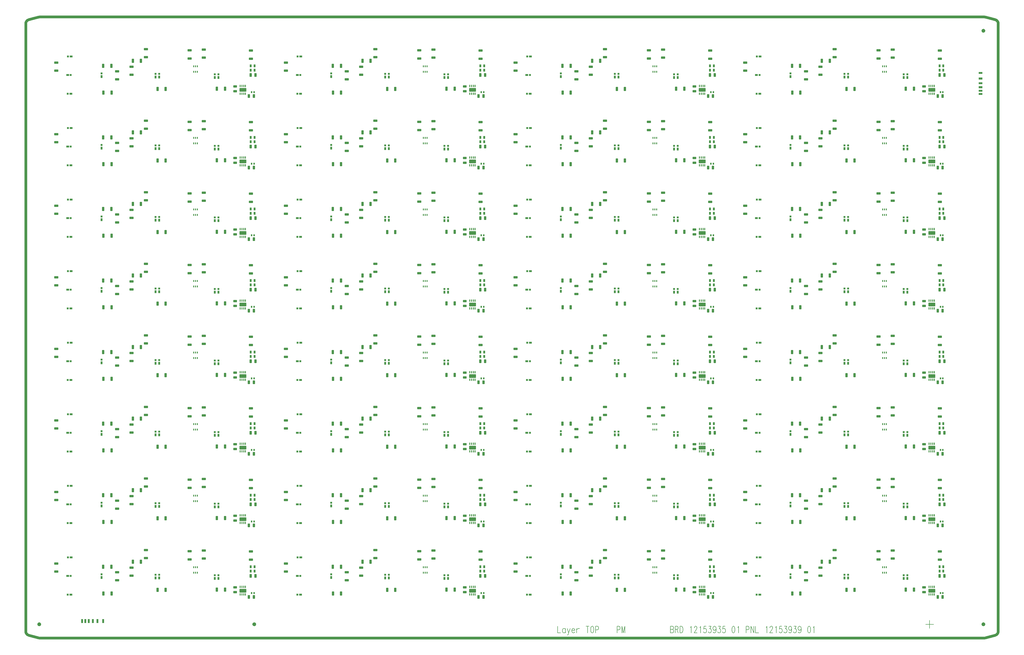
<source format=gbr>
*
G04 Job   : C:\PCB\Expedition\Projects\Manoi001\P08496\12153935_LTM_RH\panel_12153939\12153939.pnl*
G04 User  : UA220009:manoi001*
G04 Layer : SolderPasteTop.gbr*
G04 Date  : Fri Oct 21 17:36:58 2022*
G04 Expedition Layer: Solder Paste - Top*
%ICAS*%
%MOIN*%
%FSDAX24Y24*%
%OFA0.0000B0.0000*%
G90*
G74*
%AMVB_RCRECTANGLE*
$3=$3X2*
21,1,$1-$3,$2,0,0,0*
21,1,$1,$2-$3,0,0,0*
$1=$1/2*
$2=$2/2*
$3=$3/2*
$1=$1-$3*
$2=$2-$3*
1,1,$3X2,0-$1,0-$2*
1,1,$3X2,0-$1,$2*
1,1,$3X2,$1,$2*
1,1,$3X2,$1,0-$2*
%
%ADD11C,0.00787*%
%ADD10C,0.03937*%
%ADD21VB_RCRECTANGLE,0.01575X0.02362X0.00197*%
%ADD22VB_RCRECTANGLE,0.01969X0.02756X0.00197*%
%ADD13VB_RCRECTANGLE,0.02953X0.02362X0.00197*%
%ADD71VB_RCRECTANGLE,0.02362X0.02953X0.00197*%
%ADD14VB_RCRECTANGLE,0.01575X0.03150X0.00197*%
%ADD20VB_RCRECTANGLE,0.02756X0.03937X0.00197*%
%ADD12VB_RCRECTANGLE,0.04331X0.02362X0.00197*%
%ADD70VB_RCRECTANGLE,0.02362X0.04331X0.00197*%
%ADD16VB_RCRECTANGLE,0.05118X0.03150X0.00197*%
%ADD18VB_RCRECTANGLE,0.03150X0.05118X0.00197*%
%ADD17VB_RCRECTANGLE,0.05906X0.03150X0.00197*%
%ADD19VB_RCRECTANGLE,0.03150X0.05906X0.00197*%
%ADD15VB_RCRECTANGLE,0.09843X0.05118X0.00197*%
G01*
G36*
X-129803Y-000283D02*
Y-000039D01*
X-130046*
G02X-130049Y000000I000282J000039*
X-129764Y000285I000285*
X-129724Y000283J000285*
G01Y000039*
X-129481*
G02X-129478Y000000I000283J000039*
X-129764Y-000285I000286*
X-129803Y-000283J000285*
G01Y000283D02*
Y000039D01*
X-130046*
G03X-130049Y000000I000282J000039*
X-129764Y-000285I000285*
X-129724Y-000283J000285*
G01Y-000039*
X-129481*
G03X-129478Y000000I000283J000039*
X-129764Y000285I000286*
X-129803Y000283J000285*
G01X-129481Y-000039D02*
X-129724D01*
Y-000283*
G02X-129764Y-000285I000040J000283*
X-130049Y000000J000285*
X-130046Y000039I000285*
G01X-129803*
Y000283*
G02X-129764Y000285I000039J000283*
X-129478Y000000J000285*
X-129481Y-000039I000286*
G01X-123661Y000197D02*
X-123386D01*
Y000748*
X-123661*
Y000197*
X-123189D02*
X-122913D01*
Y000748*
X-123189*
Y000197*
X-122677D02*
X-122402D01*
Y000748*
X-122677*
Y000197*
X-122087D02*
X-121811D01*
Y000748*
X-122087*
Y000197*
X-121417D02*
X-121142D01*
Y000748*
X-121417*
Y000197*
X-120591D02*
X-120315D01*
Y000748*
X-120591*
Y000197*
X-098465Y-000283D02*
Y-000039D01*
X-098708*
G02X-098711Y000000I000283J000039*
X-098425Y000285I000286*
X-098386Y000283J000285*
G01Y000039*
X-098142*
G02X-098140Y000000I000283J000039*
X-098425Y-000285I000285*
X-098465Y-000283J000285*
G01Y000283D02*
Y000039D01*
X-098708*
G03X-098711Y000000I000283J000039*
X-098425Y-000285I000286*
X-098386Y-000283J000285*
G01Y-000039*
X-098142*
G03X-098140Y000000I000283J000039*
X-098425Y000285I000285*
X-098465Y000283J000285*
G01X-098142Y-000039D02*
X-098386D01*
Y-000283*
G02X-098425Y-000285I000039J000283*
X-098711Y000000J000285*
X-098708Y000039I000286*
G01X-098465*
Y000283*
G02X-098425Y000285I000040J000283*
X-098140Y000000J000285*
X-098142Y-000039I000285*
G01X007146Y077185D02*
X007697D01*
Y077461*
X007146*
Y077185*
Y077657D02*
X007697D01*
Y077933*
X007146*
Y077657*
Y078169D02*
X007697D01*
Y078445*
X007146*
Y078169*
Y078760D02*
X007697D01*
Y079035*
X007146*
Y078760*
Y079429D02*
X007697D01*
Y079705*
X007146*
Y079429*
Y080256D02*
X007697D01*
Y080531*
X007146*
Y080256*
X007795Y-000283D02*
Y-000039D01*
X007552*
G02X007549Y000000I000283J000039*
X007835Y000285I000286*
X007874Y000283J000285*
G01Y000039*
X008117*
G02X008120Y000000I000282J000039*
X007835Y-000285I000285*
X007795Y-000283J000285*
G01Y000283D02*
Y000039D01*
X007552*
G03X007549Y000000I000283J000039*
X007835Y-000285I000286*
X007874Y-000283J000285*
G01Y-000039*
X008117*
G03X008120Y000000I000282J000039*
X007835Y000285I000285*
X007795Y000283J000285*
G01Y086253D02*
Y086496D01*
X007552*
G02X007549Y086535I000283J000039*
X007835Y086821I000286*
X007874Y086818J000286*
G01Y086575*
X008117*
G02X008120Y086535I000282J000040*
X007835Y086250I000285*
X007795Y086253J000285*
G01Y086818D02*
Y086575D01*
X007552*
G03X007549Y086535I000283J000040*
X007835Y086250I000286*
X007874Y086253J000285*
G01Y086496*
X008117*
G03X008120Y086535I000282J000039*
X007835Y086821I000285*
X007795Y086818J000286*
G01X008117Y-000039D02*
X007874D01*
Y-000283*
G02X007835Y-000285I000039J000283*
X007549Y000000J000285*
X007552Y000039I000286*
G01X007795*
Y000283*
G02X007835Y000285I000040J000283*
X008120Y000000J000285*
X008117Y-000039I000285*
G01Y086496D02*
X007874D01*
Y086253*
G02X007835Y086250I000039J000282*
X007549Y086535J000285*
X007552Y086575I000286*
G01X007795*
Y086818*
G02X007835Y086821I000040J000283*
X008120Y086535J000286*
X008117Y086496I000285*
G37*
G54D10*
G01X-056535Y-002008D02*
X-129717D01*
G02X-129871Y-001987J000591*
G01X-131295Y-001602*
G02X-131732Y-001032I000154J000570*
G01Y-001031*
Y087575*
G02X-131291Y088146I000590*
G01X-129870Y088524*
G02X-129719Y088543I000151J000572*
X-129717J000591*
G01X007992*
G02X008142Y088524I000001J000590*
G01X009563Y088150*
G02X010000Y087579I000154J000571*
G01Y-001031*
Y-001032*
G02X009563Y-001602I000591*
G01X008151Y-001987*
G02X007995Y-002008I000156J000570*
G01X-056535*
G54D11*
X-054210Y-000275D02*
Y-001259D01*
X-053772*
X-053083Y-000752D02*
X-053156Y-000662D01*
X-053229Y-000618*
X-053344*
X-053417Y-000662*
X-053490Y-000752*
X-053521Y-000886*
Y-000990*
X-053490Y-001125*
X-053417Y-001214*
X-053344Y-001259*
X-053229*
X-053156Y-001214*
X-053083Y-001125*
Y-000618D02*
Y-001259D01*
X-052801Y-000618D02*
X-052603Y-001259D01*
X-052394Y-000618D02*
X-052603Y-001259D01*
X-052665Y-001453*
X-052738Y-001542*
X-052801Y-001587*
X-052832*
X-052143Y-000886D02*
X-051705D01*
Y-000797*
X-051736Y-000707*
X-051778Y-000662*
X-051851Y-000618*
X-051966*
X-052039Y-000662*
X-052112Y-000752*
X-052143Y-000886*
Y-000990*
X-052112Y-001125*
X-052039Y-001214*
X-051966Y-001259*
X-051851*
X-051778Y-001214*
X-051705Y-001125*
X-051454Y-000886D02*
X-051402Y-000752D01*
X-051298Y-000662*
X-051183Y-000618*
X-051016*
X-051454D02*
Y-001259D01*
X-050076Y-000275D02*
X-049638D01*
X-049857D02*
Y-001259D01*
X-049231Y-000275D02*
X-049283Y-000334D01*
X-049335Y-000424*
X-049367Y-000513*
X-049387Y-000647*
Y-000886*
X-049367Y-001020*
X-049335Y-001125*
X-049283Y-001214*
X-049231Y-001259*
X-049116*
X-049064Y-001214*
X-049001Y-001125*
X-048980Y-001020*
X-048949Y-000886*
Y-000647*
X-048980Y-000513*
X-049001Y-000424*
X-049064Y-000334*
X-049116Y-000275*
X-049231*
X-048698Y-001259D02*
Y-000275D01*
X-048417*
X-048323Y-000334*
X-048291Y-000379*
X-048260Y-000468*
Y-000603*
X-048291Y-000707*
X-048323Y-000752*
X-048417Y-000797*
X-048698*
X-045549Y-001259D02*
Y-000275D01*
X-045267*
X-045173Y-000334*
X-045142Y-000379*
X-045110Y-000468*
Y-000603*
X-045142Y-000707*
X-045173Y-000752*
X-045267Y-000797*
X-045549*
X-044860Y-001259D02*
Y-000275D01*
X-044641Y-001259*
X-044421Y-000275*
Y-001259*
X-037770Y-000749D02*
X-037488D01*
X-037394Y-000794*
X-037363Y-000838*
X-037331Y-000928*
Y-001077*
X-037363Y-001166*
X-037394Y-001211*
X-037488Y-001256*
X-037770*
Y-000272*
X-037488*
X-037394Y-000331*
X-037363Y-000376*
X-037331Y-000466*
Y-000555*
X-037363Y-000644*
X-037394Y-000704*
X-037488Y-000749*
X-037081Y-001256D02*
Y-000272D01*
X-036799*
X-036705Y-000331*
X-036674Y-000376*
X-036642Y-000466*
Y-000555*
X-036674Y-000644*
X-036705Y-000704*
X-036799Y-000749*
X-037081*
X-036862D02*
X-036642Y-001256D01*
X-036392Y-000272D02*
X-036173D01*
X-036079Y-000331*
X-036016Y-000421*
X-035985Y-000510*
X-035953Y-000644*
Y-000883*
X-035985Y-001017*
X-036016Y-001122*
X-036079Y-001211*
X-036173Y-001256*
X-036392*
Y-000272*
X-034847Y-000466D02*
X-034805Y-000421D01*
X-034753Y-000287*
Y-001256*
X-034294Y-000510D02*
Y-000466D01*
X-034262Y-000376*
X-034231Y-000331*
X-034168Y-000272*
X-034043*
X-033980Y-000331*
X-033949Y-000376*
X-033918Y-000466*
Y-000555*
X-033949Y-000644*
X-034012Y-000794*
X-034325Y-001256*
X-033886*
X-033469Y-000466D02*
X-033427Y-000421D01*
X-033375Y-000287*
Y-001256*
X-032571Y-000287D02*
X-032884D01*
X-032916Y-000704*
X-032884Y-000659*
X-032790Y-000615*
X-032696*
X-032602Y-000659*
X-032540Y-000749*
X-032509Y-000883*
Y-000987*
X-032540Y-001122*
X-032602Y-001211*
X-032696Y-001256*
X-032790*
X-032884Y-001211*
X-032916Y-001166*
X-032947Y-001077*
X-032195Y-000287D02*
X-031851D01*
X-032039Y-000659*
X-031945*
X-031882Y-000704*
X-031851Y-000749*
X-031820Y-000883*
Y-000987*
X-031851Y-001122*
X-031914Y-001211*
X-032007Y-001256*
X-032101*
X-032195Y-001211*
X-032227Y-001166*
X-032258Y-001077*
X-031131Y-000600D02*
X-031162Y-000749D01*
X-031225Y-000838*
X-031339Y-000883*
X-031371*
X-031475Y-000838*
X-031538Y-000749*
X-031569Y-000600*
Y-000555*
X-031538Y-000421*
X-031475Y-000331*
X-031371Y-000287*
X-031339*
X-031225Y-000331*
X-031162Y-000421*
X-031131Y-000600*
Y-000838*
X-031162Y-001077*
X-031225Y-001211*
X-031339Y-001256*
X-031402*
X-031506Y-001211*
X-031538Y-001122*
X-030817Y-000287D02*
X-030473D01*
X-030661Y-000659*
X-030567*
X-030504Y-000704*
X-030473Y-000749*
X-030442Y-000883*
Y-000987*
X-030473Y-001122*
X-030536Y-001211*
X-030630Y-001256*
X-030724*
X-030817Y-001211*
X-030849Y-001166*
X-030880Y-001077*
X-029815Y-000287D02*
X-030128D01*
X-030160Y-000704*
X-030128Y-000659*
X-030035Y-000615*
X-029941*
X-029847Y-000659*
X-029784Y-000749*
X-029753Y-000883*
Y-000987*
X-029784Y-001122*
X-029847Y-001211*
X-029941Y-001256*
X-030035*
X-030128Y-001211*
X-030160Y-001166*
X-030191Y-001077*
X-028625Y-000287D02*
X-028719Y-000331D01*
X-028782Y-000466*
X-028813Y-000704*
Y-000838*
X-028782Y-001077*
X-028719Y-001211*
X-028625Y-001256*
X-028563*
X-028469Y-001211*
X-028406Y-001077*
X-028375Y-000838*
Y-000704*
X-028406Y-000466*
X-028469Y-000331*
X-028563Y-000287*
X-028625*
X-027957Y-000466D02*
X-027915Y-000421D01*
X-027863Y-000287*
Y-001256*
X-026746D02*
Y-000272D01*
X-026464*
X-026371Y-000331*
X-026339Y-000376*
X-026308Y-000466*
Y-000600*
X-026339Y-000704*
X-026371Y-000749*
X-026464Y-000794*
X-026746*
X-026057Y-001256D02*
Y-000272D01*
X-025619Y-001256*
Y-000272*
X-025368D02*
Y-001256D01*
X-024930*
X-023823Y-000466D02*
X-023782Y-000421D01*
X-023729Y-000287*
Y-001256*
X-023270Y-000510D02*
Y-000466D01*
X-023239Y-000376*
X-023208Y-000331*
X-023145Y-000272*
X-023020*
X-022957Y-000331*
X-022926Y-000376*
X-022894Y-000466*
Y-000555*
X-022926Y-000644*
X-022988Y-000794*
X-023302Y-001256*
X-022863*
X-022446Y-000466D02*
X-022404Y-000421D01*
X-022352Y-000287*
Y-001256*
X-021548Y-000287D02*
X-021861D01*
X-021892Y-000704*
X-021861Y-000659*
X-021767Y-000615*
X-021673*
X-021579Y-000659*
X-021516Y-000749*
X-021485Y-000883*
Y-000987*
X-021516Y-001122*
X-021579Y-001211*
X-021673Y-001256*
X-021767*
X-021861Y-001211*
X-021892Y-001166*
X-021924Y-001077*
X-021172Y-000287D02*
X-020828D01*
X-021015Y-000659*
X-020921*
X-020859Y-000704*
X-020828Y-000749*
X-020796Y-000883*
Y-000987*
X-020828Y-001122*
X-020890Y-001211*
X-020984Y-001256*
X-021078*
X-021172Y-001211*
X-021203Y-001166*
X-021235Y-001077*
X-020107Y-000600D02*
X-020139Y-000749D01*
X-020201Y-000838*
X-020316Y-000883*
X-020347*
X-020452Y-000838*
X-020514Y-000749*
X-020546Y-000600*
Y-000555*
X-020514Y-000421*
X-020452Y-000331*
X-020347Y-000287*
X-020316*
X-020201Y-000331*
X-020139Y-000421*
X-020107Y-000600*
Y-000838*
X-020139Y-001077*
X-020201Y-001211*
X-020316Y-001256*
X-020379*
X-020483Y-001211*
X-020514Y-001122*
X-019794Y-000287D02*
X-019450D01*
X-019637Y-000659*
X-019544*
X-019481Y-000704*
X-019450Y-000749*
X-019418Y-000883*
Y-000987*
X-019450Y-001122*
X-019512Y-001211*
X-019606Y-001256*
X-019700*
X-019794Y-001211*
X-019825Y-001166*
X-019857Y-001077*
X-018729Y-000600D02*
X-018761Y-000749D01*
X-018823Y-000838*
X-018938Y-000883*
X-018969*
X-019074Y-000838*
X-019136Y-000749*
X-019168Y-000600*
Y-000555*
X-019136Y-000421*
X-019074Y-000331*
X-018969Y-000287*
X-018938*
X-018823Y-000331*
X-018761Y-000421*
X-018729Y-000600*
Y-000838*
X-018761Y-001077*
X-018823Y-001211*
X-018938Y-001256*
X-019001*
X-019105Y-001211*
X-019136Y-001122*
X-017602Y-000287D02*
X-017696Y-000331D01*
X-017758Y-000466*
X-017790Y-000704*
Y-000838*
X-017758Y-001077*
X-017696Y-001211*
X-017602Y-001256*
X-017539*
X-017445Y-001211*
X-017383Y-001077*
X-017351Y-000838*
Y-000704*
X-017383Y-000466*
X-017445Y-000331*
X-017539Y-000287*
X-017602*
X-016934Y-000466D02*
X-016892Y-000421D01*
X-016840Y-000287*
Y-001256*
X-000591Y000000D02*
X000591D01*
X000000Y000591D02*
Y-000591D01*
G54D12*
X-125628Y007041D03*
Y017474D03*
Y027907D03*
Y038340D03*
Y048773D03*
Y059207D03*
Y069640D03*
Y080073D03*
X-125156Y004330D03*
Y014763D03*
Y025196D03*
Y035629D03*
Y046062D03*
Y056495D03*
Y066928D03*
Y077361D03*
X-125117Y009762D03*
Y020196D03*
Y030629D03*
Y041062D03*
Y051495D03*
Y061928D03*
Y072361D03*
Y082794D03*
X-092164Y007041D03*
Y017474D03*
Y027907D03*
Y038340D03*
Y048773D03*
Y059207D03*
Y069640D03*
Y080073D03*
X-091691Y004330D03*
Y014763D03*
Y025196D03*
Y035629D03*
Y046062D03*
Y056495D03*
Y066928D03*
Y077361D03*
X-091652Y009762D03*
Y020196D03*
Y030629D03*
Y041062D03*
Y051495D03*
Y061928D03*
Y072361D03*
Y082794D03*
X-058699Y007041D03*
Y017474D03*
Y027907D03*
Y038340D03*
Y048773D03*
Y059207D03*
Y069640D03*
Y080073D03*
X-058227Y004330D03*
Y014763D03*
Y025196D03*
Y035629D03*
Y046062D03*
Y056495D03*
Y066928D03*
Y077361D03*
X-058188Y009762D03*
Y020196D03*
Y030629D03*
Y041062D03*
Y051495D03*
Y061928D03*
Y072361D03*
Y082794D03*
X-025235Y007041D03*
Y017474D03*
Y027907D03*
Y038340D03*
Y048773D03*
Y059207D03*
Y069640D03*
Y080073D03*
X-024762Y004330D03*
Y014763D03*
Y025196D03*
Y035629D03*
Y046062D03*
Y056495D03*
Y066928D03*
Y077361D03*
X-024723Y009762D03*
Y020196D03*
Y030629D03*
Y041062D03*
Y051495D03*
Y061928D03*
Y072361D03*
Y082794D03*
G54D13*
X-125618Y004330D03*
Y014763D03*
Y025196D03*
Y035629D03*
Y046062D03*
Y056495D03*
Y066928D03*
Y077361D03*
X-125579Y009762D03*
Y020196D03*
Y030629D03*
Y041062D03*
Y051495D03*
Y061928D03*
Y072361D03*
Y082794D03*
X-125166Y007041D03*
Y017474D03*
Y027907D03*
Y038340D03*
Y048773D03*
Y059207D03*
Y069640D03*
Y080073D03*
X-092154Y004330D03*
Y014763D03*
Y025196D03*
Y035629D03*
Y046062D03*
Y056495D03*
Y066928D03*
Y077361D03*
X-092115Y009762D03*
Y020196D03*
Y030629D03*
Y041062D03*
Y051495D03*
Y061928D03*
Y072361D03*
Y082794D03*
X-091701Y007041D03*
Y017474D03*
Y027907D03*
Y038340D03*
Y048773D03*
Y059207D03*
Y069640D03*
Y080073D03*
X-058689Y004330D03*
Y014763D03*
Y025196D03*
Y035629D03*
Y046062D03*
Y056495D03*
Y066928D03*
Y077361D03*
X-058650Y009762D03*
Y020196D03*
Y030629D03*
Y041062D03*
Y051495D03*
Y061928D03*
Y072361D03*
Y082794D03*
X-058237Y007041D03*
Y017474D03*
Y027907D03*
Y038340D03*
Y048773D03*
Y059207D03*
Y069640D03*
Y080073D03*
X-025225Y004330D03*
Y014763D03*
Y025196D03*
Y035629D03*
Y046062D03*
Y056495D03*
Y066928D03*
Y077361D03*
X-025186Y009762D03*
Y020196D03*
Y030629D03*
Y041062D03*
Y051495D03*
Y061928D03*
Y072361D03*
Y082794D03*
X-024772Y007041D03*
Y017474D03*
Y027907D03*
Y038340D03*
Y048773D03*
Y059207D03*
Y069640D03*
Y080073D03*
G54D14*
X-100467Y004339D03*
Y005441D03*
Y014772D03*
Y015874D03*
Y025205D03*
Y026307D03*
Y035638D03*
Y036740D03*
Y046071D03*
Y047173D03*
Y056504D03*
Y057606D03*
Y066937D03*
Y068039D03*
Y077370D03*
Y078472D03*
X-100211Y004339D03*
Y005441D03*
Y014772D03*
Y015874D03*
Y025205D03*
Y026307D03*
Y035638D03*
Y036740D03*
Y046071D03*
Y047173D03*
Y056504D03*
Y057606D03*
Y066937D03*
Y068039D03*
Y077370D03*
Y078472D03*
X-099955Y004339D03*
Y005441D03*
Y014772D03*
Y015874D03*
Y025205D03*
Y026307D03*
Y035638D03*
Y036740D03*
Y046071D03*
Y047173D03*
Y056504D03*
Y057606D03*
Y066937D03*
Y068039D03*
Y077370D03*
Y078472D03*
X-099699Y004339D03*
Y005441D03*
Y014772D03*
Y015874D03*
Y025205D03*
Y026307D03*
Y035638D03*
Y036740D03*
Y046071D03*
Y047173D03*
Y056504D03*
Y057606D03*
Y066937D03*
Y068039D03*
Y077370D03*
Y078472D03*
X-067002Y004339D03*
Y005441D03*
Y014772D03*
Y015874D03*
Y025205D03*
Y026307D03*
Y035638D03*
Y036740D03*
Y046071D03*
Y047173D03*
Y056504D03*
Y057606D03*
Y066937D03*
Y068039D03*
Y077370D03*
Y078472D03*
X-066746Y004339D03*
Y005441D03*
Y014772D03*
Y015874D03*
Y025205D03*
Y026307D03*
Y035638D03*
Y036740D03*
Y046071D03*
Y047173D03*
Y056504D03*
Y057606D03*
Y066937D03*
Y068039D03*
Y077370D03*
Y078472D03*
X-066490Y004339D03*
Y005441D03*
Y014772D03*
Y015874D03*
Y025205D03*
Y026307D03*
Y035638D03*
Y036740D03*
Y046071D03*
Y047173D03*
Y056504D03*
Y057606D03*
Y066937D03*
Y068039D03*
Y077370D03*
Y078472D03*
X-066234Y004339D03*
Y005441D03*
Y014772D03*
Y015874D03*
Y025205D03*
Y026307D03*
Y035638D03*
Y036740D03*
Y046071D03*
Y047173D03*
Y056504D03*
Y057606D03*
Y066937D03*
Y068039D03*
Y077370D03*
Y078472D03*
X-033537Y004339D03*
Y005441D03*
Y014772D03*
Y015874D03*
Y025205D03*
Y026307D03*
Y035638D03*
Y036740D03*
Y046071D03*
Y047173D03*
Y056504D03*
Y057606D03*
Y066937D03*
Y068039D03*
Y077370D03*
Y078472D03*
X-033281Y004339D03*
Y005441D03*
Y014772D03*
Y015874D03*
Y025205D03*
Y026307D03*
Y035638D03*
Y036740D03*
Y046071D03*
Y047173D03*
Y056504D03*
Y057606D03*
Y066937D03*
Y068039D03*
Y077370D03*
Y078472D03*
X-033026Y004339D03*
Y005441D03*
Y014772D03*
Y015874D03*
Y025205D03*
Y026307D03*
Y035638D03*
Y036740D03*
Y046071D03*
Y047173D03*
Y056504D03*
Y057606D03*
Y066937D03*
Y068039D03*
Y077370D03*
Y078472D03*
X-032770Y004339D03*
Y005441D03*
Y014772D03*
Y015874D03*
Y025205D03*
Y026307D03*
Y035638D03*
Y036740D03*
Y046071D03*
Y047173D03*
Y056504D03*
Y057606D03*
Y066937D03*
Y068039D03*
Y077370D03*
Y078472D03*
X-000073Y004339D03*
Y005441D03*
Y014772D03*
Y015874D03*
Y025205D03*
Y026307D03*
Y035638D03*
Y036740D03*
Y046071D03*
Y047173D03*
Y056504D03*
Y057606D03*
Y066937D03*
Y068039D03*
Y077370D03*
Y078472D03*
X000183Y004339D03*
Y005441D03*
Y014772D03*
Y015874D03*
Y025205D03*
Y026307D03*
Y035638D03*
Y036740D03*
Y046071D03*
Y047173D03*
Y056504D03*
Y057606D03*
Y066937D03*
Y068039D03*
Y077370D03*
Y078472D03*
X000439Y004339D03*
Y005441D03*
Y014772D03*
Y015874D03*
Y025205D03*
Y026307D03*
Y035638D03*
Y036740D03*
Y046071D03*
Y047173D03*
Y056504D03*
Y057606D03*
Y066937D03*
Y068039D03*
Y077370D03*
Y078472D03*
X000695Y004339D03*
Y005441D03*
Y014772D03*
Y015874D03*
Y025205D03*
Y026307D03*
Y035638D03*
Y036740D03*
Y046071D03*
Y047173D03*
Y056504D03*
Y057606D03*
Y066937D03*
Y068039D03*
Y077370D03*
Y078472D03*
G54D15*
X-100083Y004890D03*
Y015323D03*
Y025756D03*
Y036189D03*
Y046622D03*
Y057055D03*
Y067488D03*
Y077921D03*
X-066618Y004890D03*
Y015323D03*
Y025756D03*
Y036189D03*
Y046622D03*
Y057055D03*
Y067488D03*
Y077921D03*
X-033154Y004890D03*
Y015323D03*
Y025756D03*
Y036189D03*
Y046622D03*
Y057055D03*
Y067488D03*
Y077921D03*
X000311Y004890D03*
Y015323D03*
Y025756D03*
Y036189D03*
Y046622D03*
Y057055D03*
Y067488D03*
Y077921D03*
G54D16*
X-101220Y004673D03*
Y005382D03*
Y015106D03*
Y015815D03*
Y025539D03*
Y026248D03*
Y035972D03*
Y036681D03*
Y046406D03*
Y047114D03*
Y056839D03*
Y057547D03*
Y067272D03*
Y067980D03*
Y077705D03*
Y078413D03*
X-067756Y004673D03*
Y005382D03*
Y015106D03*
Y015815D03*
Y025539D03*
Y026248D03*
Y035972D03*
Y036681D03*
Y046406D03*
Y047114D03*
Y056839D03*
Y057547D03*
Y067272D03*
Y067980D03*
Y077705D03*
Y078413D03*
X-034291Y004673D03*
Y005382D03*
Y015106D03*
Y015815D03*
Y025539D03*
Y026248D03*
Y035972D03*
Y036681D03*
Y046406D03*
Y047114D03*
Y056839D03*
Y057547D03*
Y067272D03*
Y067980D03*
Y077705D03*
Y078413D03*
X-000827Y004673D03*
Y005382D03*
Y015106D03*
Y015815D03*
Y025539D03*
Y026248D03*
Y035972D03*
Y036681D03*
Y046406D03*
Y047114D03*
Y056839D03*
Y057547D03*
Y067272D03*
Y067980D03*
Y077705D03*
Y078413D03*
G54D17*
X-127283Y007675D03*
Y008856D03*
Y018108D03*
Y019289D03*
Y028541D03*
Y029722D03*
Y038974D03*
Y040155D03*
Y049407D03*
Y050588D03*
Y059840D03*
Y061021D03*
Y070273D03*
Y071454D03*
Y080706D03*
Y081887D03*
X-118406Y006417D03*
Y007598D03*
Y016850D03*
Y018031D03*
Y027283D03*
Y028465D03*
Y037717D03*
Y038898D03*
Y048150D03*
Y049331D03*
Y058583D03*
Y059764D03*
Y069016D03*
Y070197D03*
Y079449D03*
Y080630D03*
X-116319Y007083D03*
Y008264D03*
Y017516D03*
Y018697D03*
Y027949D03*
Y029130D03*
Y038382D03*
Y039563D03*
Y048815D03*
Y049996D03*
Y059248D03*
Y060429D03*
Y069681D03*
Y070862D03*
Y080114D03*
Y081295D03*
X-114232Y009646D03*
Y010827D03*
Y020079D03*
Y021260D03*
Y030512D03*
Y031693D03*
Y040945D03*
Y042126D03*
Y051378D03*
Y052559D03*
Y061811D03*
Y062992D03*
Y072244D03*
Y073425D03*
Y082677D03*
Y083858D03*
X-107850Y009461D03*
Y010642D03*
Y019894D03*
Y021075D03*
Y030327D03*
Y031508D03*
Y040760D03*
Y041941D03*
Y051193D03*
Y052374D03*
Y061626D03*
Y062807D03*
Y072059D03*
Y073240D03*
Y082492D03*
Y083673D03*
X-105787Y009587D03*
Y010768D03*
Y020020D03*
Y021201D03*
Y030453D03*
Y031634D03*
Y040886D03*
Y042067D03*
Y051319D03*
Y052500D03*
Y061752D03*
Y062933D03*
Y072185D03*
Y073366D03*
Y082618D03*
Y083799D03*
X-098913Y009429D03*
Y010610D03*
Y019862D03*
Y021043D03*
Y030295D03*
Y031476D03*
Y040728D03*
Y041909D03*
Y051161D03*
Y052343D03*
Y061594D03*
Y062776D03*
Y072028D03*
Y073209D03*
Y082461D03*
Y083642D03*
X-093819Y007675D03*
Y008856D03*
Y018108D03*
Y019289D03*
Y028541D03*
Y029722D03*
Y038974D03*
Y040155D03*
Y049407D03*
Y050588D03*
Y059840D03*
Y061021D03*
Y070273D03*
Y071454D03*
Y080706D03*
Y081887D03*
X-084941Y006417D03*
Y007598D03*
Y016850D03*
Y018031D03*
Y027283D03*
Y028465D03*
Y037717D03*
Y038898D03*
Y048150D03*
Y049331D03*
Y058583D03*
Y059764D03*
Y069016D03*
Y070197D03*
Y079449D03*
Y080630D03*
X-082854Y007083D03*
Y008264D03*
Y017516D03*
Y018697D03*
Y027949D03*
Y029130D03*
Y038382D03*
Y039563D03*
Y048815D03*
Y049996D03*
Y059248D03*
Y060429D03*
Y069681D03*
Y070862D03*
Y080114D03*
Y081295D03*
X-080768Y009646D03*
Y010827D03*
Y020079D03*
Y021260D03*
Y030512D03*
Y031693D03*
Y040945D03*
Y042126D03*
Y051378D03*
Y052559D03*
Y061811D03*
Y062992D03*
Y072244D03*
Y073425D03*
Y082677D03*
Y083858D03*
X-074386Y009461D03*
Y010642D03*
Y019894D03*
Y021075D03*
Y030327D03*
Y031508D03*
Y040760D03*
Y041941D03*
Y051193D03*
Y052374D03*
Y061626D03*
Y062807D03*
Y072059D03*
Y073240D03*
Y082492D03*
Y083673D03*
X-072323Y009587D03*
Y010768D03*
Y020020D03*
Y021201D03*
Y030453D03*
Y031634D03*
Y040886D03*
Y042067D03*
Y051319D03*
Y052500D03*
Y061752D03*
Y062933D03*
Y072185D03*
Y073366D03*
Y082618D03*
Y083799D03*
X-065449Y009429D03*
Y010610D03*
Y019862D03*
Y021043D03*
Y030295D03*
Y031476D03*
Y040728D03*
Y041909D03*
Y051161D03*
Y052343D03*
Y061594D03*
Y062776D03*
Y072028D03*
Y073209D03*
Y082461D03*
Y083642D03*
X-060354Y007675D03*
Y008856D03*
Y018108D03*
Y019289D03*
Y028541D03*
Y029722D03*
Y038974D03*
Y040155D03*
Y049407D03*
Y050588D03*
Y059840D03*
Y061021D03*
Y070273D03*
Y071454D03*
Y080706D03*
Y081887D03*
X-051476Y006417D03*
Y007598D03*
Y016850D03*
Y018031D03*
Y027283D03*
Y028465D03*
Y037717D03*
Y038898D03*
Y048150D03*
Y049331D03*
Y058583D03*
Y059764D03*
Y069016D03*
Y070197D03*
Y079449D03*
Y080630D03*
X-049390Y007083D03*
Y008264D03*
Y017516D03*
Y018697D03*
Y027949D03*
Y029130D03*
Y038382D03*
Y039563D03*
Y048815D03*
Y049996D03*
Y059248D03*
Y060429D03*
Y069681D03*
Y070862D03*
Y080114D03*
Y081295D03*
X-047303Y009646D03*
Y010827D03*
Y020079D03*
Y021260D03*
Y030512D03*
Y031693D03*
Y040945D03*
Y042126D03*
Y051378D03*
Y052559D03*
Y061811D03*
Y062992D03*
Y072244D03*
Y073425D03*
Y082677D03*
Y083858D03*
X-040921Y009461D03*
Y010642D03*
Y019894D03*
Y021075D03*
Y030327D03*
Y031508D03*
Y040760D03*
Y041941D03*
Y051193D03*
Y052374D03*
Y061626D03*
Y062807D03*
Y072059D03*
Y073240D03*
Y082492D03*
Y083673D03*
X-038858Y009587D03*
Y010768D03*
Y020020D03*
Y021201D03*
Y030453D03*
Y031634D03*
Y040886D03*
Y042067D03*
Y051319D03*
Y052500D03*
Y061752D03*
Y062933D03*
Y072185D03*
Y073366D03*
Y082618D03*
Y083799D03*
X-031984Y009429D03*
Y010610D03*
Y019862D03*
Y021043D03*
Y030295D03*
Y031476D03*
Y040728D03*
Y041909D03*
Y051161D03*
Y052343D03*
Y061594D03*
Y062776D03*
Y072028D03*
Y073209D03*
Y082461D03*
Y083642D03*
X-026890Y007675D03*
Y008856D03*
Y018108D03*
Y019289D03*
Y028541D03*
Y029722D03*
Y038974D03*
Y040155D03*
Y049407D03*
Y050588D03*
Y059840D03*
Y061021D03*
Y070273D03*
Y071454D03*
Y080706D03*
Y081887D03*
X-018012Y006417D03*
Y007598D03*
Y016850D03*
Y018031D03*
Y027283D03*
Y028465D03*
Y037717D03*
Y038898D03*
Y048150D03*
Y049331D03*
Y058583D03*
Y059764D03*
Y069016D03*
Y070197D03*
Y079449D03*
Y080630D03*
X-015925Y007083D03*
Y008264D03*
Y017516D03*
Y018697D03*
Y027949D03*
Y029130D03*
Y038382D03*
Y039563D03*
Y048815D03*
Y049996D03*
Y059248D03*
Y060429D03*
Y069681D03*
Y070862D03*
Y080114D03*
Y081295D03*
X-013839Y009646D03*
Y010827D03*
Y020079D03*
Y021260D03*
Y030512D03*
Y031693D03*
Y040945D03*
Y042126D03*
Y051378D03*
Y052559D03*
Y061811D03*
Y062992D03*
Y072244D03*
Y073425D03*
Y082677D03*
Y083858D03*
X-007457Y009461D03*
Y010642D03*
Y019894D03*
Y021075D03*
Y030327D03*
Y031508D03*
Y040760D03*
Y041941D03*
Y051193D03*
Y052374D03*
Y061626D03*
Y062807D03*
Y072059D03*
Y073240D03*
Y082492D03*
Y083673D03*
X-005394Y009587D03*
Y010768D03*
Y020020D03*
Y021201D03*
Y030453D03*
Y031634D03*
Y040886D03*
Y042067D03*
Y051319D03*
Y052500D03*
Y061752D03*
Y062933D03*
Y072185D03*
Y073366D03*
Y082618D03*
Y083799D03*
X001480Y009429D03*
Y010610D03*
Y019862D03*
Y021043D03*
Y030295D03*
Y031476D03*
Y040728D03*
Y041909D03*
Y051161D03*
Y052343D03*
Y061594D03*
Y062776D03*
Y072028D03*
Y073209D03*
Y082461D03*
Y083642D03*
G54D18*
X-099205Y003980D03*
Y014413D03*
Y024846D03*
Y035280D03*
Y045713D03*
Y056146D03*
Y066579D03*
Y077012D03*
X-098945Y007055D03*
Y017488D03*
Y027921D03*
Y038354D03*
Y048787D03*
Y059220D03*
Y069654D03*
Y080087D03*
X-098496Y003980D03*
Y014413D03*
Y024846D03*
Y035280D03*
Y045713D03*
Y056146D03*
Y066579D03*
Y077012D03*
X-098236Y007055D03*
Y017488D03*
Y027921D03*
Y038354D03*
Y048787D03*
Y059220D03*
Y069654D03*
Y080087D03*
X-065740Y003980D03*
Y014413D03*
Y024846D03*
Y035280D03*
Y045713D03*
Y056146D03*
Y066579D03*
Y077012D03*
X-065480Y007055D03*
Y017488D03*
Y027921D03*
Y038354D03*
Y048787D03*
Y059220D03*
Y069654D03*
Y080087D03*
X-065031Y003980D03*
Y014413D03*
Y024846D03*
Y035280D03*
Y045713D03*
Y056146D03*
Y066579D03*
Y077012D03*
X-064772Y007055D03*
Y017488D03*
Y027921D03*
Y038354D03*
Y048787D03*
Y059220D03*
Y069654D03*
Y080087D03*
X-032276Y003980D03*
Y014413D03*
Y024846D03*
Y035280D03*
Y045713D03*
Y056146D03*
Y066579D03*
Y077012D03*
X-032016Y007055D03*
Y017488D03*
Y027921D03*
Y038354D03*
Y048787D03*
Y059220D03*
Y069654D03*
Y080087D03*
X-031567Y003980D03*
Y014413D03*
Y024846D03*
Y035280D03*
Y045713D03*
Y056146D03*
Y066579D03*
Y077012D03*
X-031307Y007055D03*
Y017488D03*
Y027921D03*
Y038354D03*
Y048787D03*
Y059220D03*
Y069654D03*
Y080087D03*
X001189Y003980D03*
Y014413D03*
Y024846D03*
Y035280D03*
Y045713D03*
Y056146D03*
Y066579D03*
Y077012D03*
X001449Y007055D03*
Y017488D03*
Y027921D03*
Y038354D03*
Y048787D03*
Y059220D03*
Y069654D03*
Y080087D03*
X001898Y003980D03*
Y014413D03*
Y024846D03*
Y035280D03*
Y045713D03*
Y056146D03*
Y066579D03*
Y077012D03*
X002157Y007055D03*
Y017488D03*
Y027921D03*
Y038354D03*
Y048787D03*
Y059220D03*
Y069654D03*
Y080087D03*
G54D19*
X-120441Y008374D03*
Y018807D03*
Y029240D03*
Y039673D03*
Y050106D03*
Y060539D03*
Y070972D03*
Y081406D03*
X-120413Y004492D03*
Y014925D03*
Y025358D03*
Y035791D03*
Y046224D03*
Y056657D03*
Y067091D03*
Y077524D03*
X-119260Y008374D03*
Y018807D03*
Y029240D03*
Y039673D03*
Y050106D03*
Y060539D03*
Y070972D03*
Y081406D03*
X-119232Y004492D03*
Y014925D03*
Y025358D03*
Y035791D03*
Y046224D03*
Y056657D03*
Y067091D03*
Y077524D03*
X-116122Y009114D03*
Y019547D03*
Y029980D03*
Y040413D03*
Y050846D03*
Y061280D03*
Y071713D03*
Y082146D03*
X-114941Y009114D03*
Y019547D03*
Y029980D03*
Y040413D03*
Y050846D03*
Y061280D03*
Y071713D03*
Y082146D03*
X-112524Y005016D03*
Y015449D03*
Y025882D03*
Y036315D03*
Y046748D03*
Y057181D03*
Y067614D03*
Y078047D03*
X-111343Y005016D03*
Y015449D03*
Y025882D03*
Y036315D03*
Y046748D03*
Y057181D03*
Y067614D03*
Y078047D03*
X-103866Y005071D03*
Y015504D03*
Y025937D03*
Y036370D03*
Y046803D03*
Y057236D03*
Y067669D03*
Y078102D03*
X-102685Y005071D03*
Y015504D03*
Y025937D03*
Y036370D03*
Y046803D03*
Y057236D03*
Y067669D03*
Y078102D03*
X-086976Y008374D03*
Y018807D03*
Y029240D03*
Y039673D03*
Y050106D03*
Y060539D03*
Y070972D03*
Y081406D03*
X-086949Y004492D03*
Y014925D03*
Y025358D03*
Y035791D03*
Y046224D03*
Y056657D03*
Y067091D03*
Y077524D03*
X-085795Y008374D03*
Y018807D03*
Y029240D03*
Y039673D03*
Y050106D03*
Y060539D03*
Y070972D03*
Y081406D03*
X-085768Y004492D03*
Y014925D03*
Y025358D03*
Y035791D03*
Y046224D03*
Y056657D03*
Y067091D03*
Y077524D03*
X-082657Y009114D03*
Y019547D03*
Y029980D03*
Y040413D03*
Y050846D03*
Y061280D03*
Y071713D03*
Y082146D03*
X-081476Y009114D03*
Y019547D03*
Y029980D03*
Y040413D03*
Y050846D03*
Y061280D03*
Y071713D03*
Y082146D03*
X-079059Y005016D03*
Y015449D03*
Y025882D03*
Y036315D03*
Y046748D03*
Y057181D03*
Y067614D03*
Y078047D03*
X-077878Y005016D03*
Y015449D03*
Y025882D03*
Y036315D03*
Y046748D03*
Y057181D03*
Y067614D03*
Y078047D03*
X-070402Y005071D03*
Y015504D03*
Y025937D03*
Y036370D03*
Y046803D03*
Y057236D03*
Y067669D03*
Y078102D03*
X-069220Y005071D03*
Y015504D03*
Y025937D03*
Y036370D03*
Y046803D03*
Y057236D03*
Y067669D03*
Y078102D03*
X-053512Y008374D03*
Y018807D03*
Y029240D03*
Y039673D03*
Y050106D03*
Y060539D03*
Y070972D03*
Y081406D03*
X-053484Y004492D03*
Y014925D03*
Y025358D03*
Y035791D03*
Y046224D03*
Y056657D03*
Y067091D03*
Y077524D03*
X-052331Y008374D03*
Y018807D03*
Y029240D03*
Y039673D03*
Y050106D03*
Y060539D03*
Y070972D03*
Y081406D03*
X-052303Y004492D03*
Y014925D03*
Y025358D03*
Y035791D03*
Y046224D03*
Y056657D03*
Y067091D03*
Y077524D03*
X-049193Y009114D03*
Y019547D03*
Y029980D03*
Y040413D03*
Y050846D03*
Y061280D03*
Y071713D03*
Y082146D03*
X-048012Y009114D03*
Y019547D03*
Y029980D03*
Y040413D03*
Y050846D03*
Y061280D03*
Y071713D03*
Y082146D03*
X-045594Y005016D03*
Y015449D03*
Y025882D03*
Y036315D03*
Y046748D03*
Y057181D03*
Y067614D03*
Y078047D03*
X-044413Y005016D03*
Y015449D03*
Y025882D03*
Y036315D03*
Y046748D03*
Y057181D03*
Y067614D03*
Y078047D03*
X-036937Y005071D03*
Y015504D03*
Y025937D03*
Y036370D03*
Y046803D03*
Y057236D03*
Y067669D03*
Y078102D03*
X-035756Y005071D03*
Y015504D03*
Y025937D03*
Y036370D03*
Y046803D03*
Y057236D03*
Y067669D03*
Y078102D03*
X-020047Y008374D03*
Y018807D03*
Y029240D03*
Y039673D03*
Y050106D03*
Y060539D03*
Y070972D03*
Y081406D03*
X-020020Y004492D03*
Y014925D03*
Y025358D03*
Y035791D03*
Y046224D03*
Y056657D03*
Y067091D03*
Y077524D03*
X-018866Y008374D03*
Y018807D03*
Y029240D03*
Y039673D03*
Y050106D03*
Y060539D03*
Y070972D03*
Y081406D03*
X-018839Y004492D03*
Y014925D03*
Y025358D03*
Y035791D03*
Y046224D03*
Y056657D03*
Y067091D03*
Y077524D03*
X-015728Y009114D03*
Y019547D03*
Y029980D03*
Y040413D03*
Y050846D03*
Y061280D03*
Y071713D03*
Y082146D03*
X-014547Y009114D03*
Y019547D03*
Y029980D03*
Y040413D03*
Y050846D03*
Y061280D03*
Y071713D03*
Y082146D03*
X-012130Y005016D03*
Y015449D03*
Y025882D03*
Y036315D03*
Y046748D03*
Y057181D03*
Y067614D03*
Y078047D03*
X-010949Y005016D03*
Y015449D03*
Y025882D03*
Y036315D03*
Y046748D03*
Y057181D03*
Y067614D03*
Y078047D03*
X-003472Y005071D03*
Y015504D03*
Y025937D03*
Y036370D03*
Y046803D03*
Y057236D03*
Y067669D03*
Y078102D03*
X-002291Y005071D03*
Y015504D03*
Y025937D03*
Y036370D03*
Y046803D03*
Y057236D03*
Y067669D03*
Y078102D03*
G54D20*
X-098945Y007768D03*
Y008374D03*
Y018201D03*
Y018807D03*
Y028634D03*
Y029240D03*
Y039067D03*
Y039673D03*
Y049500D03*
Y050106D03*
Y059933D03*
Y060539D03*
Y070366D03*
Y070972D03*
Y080799D03*
Y081406D03*
X-098394Y007768D03*
Y008374D03*
Y018201D03*
Y018807D03*
Y028634D03*
Y029240D03*
Y039067D03*
Y039673D03*
Y049500D03*
Y050106D03*
Y059933D03*
Y060539D03*
Y070366D03*
Y070972D03*
Y080799D03*
Y081406D03*
X-065480Y007768D03*
Y008374D03*
Y018201D03*
Y018807D03*
Y028634D03*
Y029240D03*
Y039067D03*
Y039673D03*
Y049500D03*
Y050106D03*
Y059933D03*
Y060539D03*
Y070366D03*
Y070972D03*
Y080799D03*
Y081406D03*
X-064929Y007768D03*
Y008374D03*
Y018201D03*
Y018807D03*
Y028634D03*
Y029240D03*
Y039067D03*
Y039673D03*
Y049500D03*
Y050106D03*
Y059933D03*
Y060539D03*
Y070366D03*
Y070972D03*
Y080799D03*
Y081406D03*
X-032016Y007768D03*
Y008374D03*
Y018201D03*
Y018807D03*
Y028634D03*
Y029240D03*
Y039067D03*
Y039673D03*
Y049500D03*
Y050106D03*
Y059933D03*
Y060539D03*
Y070366D03*
Y070972D03*
Y080799D03*
Y081406D03*
X-031465Y007768D03*
Y008374D03*
Y018201D03*
Y018807D03*
Y028634D03*
Y029240D03*
Y039067D03*
Y039673D03*
Y049500D03*
Y050106D03*
Y059933D03*
Y060539D03*
Y070366D03*
Y070972D03*
Y080799D03*
Y081406D03*
X001449Y007768D03*
Y008374D03*
Y018201D03*
Y018807D03*
Y028634D03*
Y029240D03*
Y039067D03*
Y039673D03*
Y049500D03*
Y050106D03*
Y059933D03*
Y060539D03*
Y070366D03*
Y070972D03*
Y080799D03*
Y081406D03*
X002000Y007768D03*
Y008374D03*
Y018201D03*
Y018807D03*
Y028634D03*
Y029240D03*
Y039067D03*
Y039673D03*
Y049500D03*
Y050106D03*
Y059933D03*
Y060539D03*
Y070366D03*
Y070972D03*
Y080799D03*
Y081406D03*
G54D21*
X-107236Y007528D03*
Y008315D03*
Y017961D03*
Y018748D03*
Y028394D03*
Y029181D03*
Y038827D03*
Y039614D03*
Y049260D03*
Y050047D03*
Y059693D03*
Y060480D03*
Y070126D03*
Y070913D03*
Y080559D03*
Y081346D03*
X-106980Y007528D03*
Y008315D03*
Y017961D03*
Y018748D03*
Y028394D03*
Y029181D03*
Y038827D03*
Y039614D03*
Y049260D03*
Y050047D03*
Y059693D03*
Y060480D03*
Y070126D03*
Y070913D03*
Y080559D03*
Y081346D03*
X-106724Y007528D03*
Y008315D03*
Y017961D03*
Y018748D03*
Y028394D03*
Y029181D03*
Y038827D03*
Y039614D03*
Y049260D03*
Y050047D03*
Y059693D03*
Y060480D03*
Y070126D03*
Y070913D03*
Y080559D03*
Y081346D03*
X-073772Y007528D03*
Y008315D03*
Y017961D03*
Y018748D03*
Y028394D03*
Y029181D03*
Y038827D03*
Y039614D03*
Y049260D03*
Y050047D03*
Y059693D03*
Y060480D03*
Y070126D03*
Y070913D03*
Y080559D03*
Y081346D03*
X-073516Y007528D03*
Y008315D03*
Y017961D03*
Y018748D03*
Y028394D03*
Y029181D03*
Y038827D03*
Y039614D03*
Y049260D03*
Y050047D03*
Y059693D03*
Y060480D03*
Y070126D03*
Y070913D03*
Y080559D03*
Y081346D03*
X-073260Y007528D03*
Y008315D03*
Y017961D03*
Y018748D03*
Y028394D03*
Y029181D03*
Y038827D03*
Y039614D03*
Y049260D03*
Y050047D03*
Y059693D03*
Y060480D03*
Y070126D03*
Y070913D03*
Y080559D03*
Y081346D03*
X-040307Y007528D03*
Y008315D03*
Y017961D03*
Y018748D03*
Y028394D03*
Y029181D03*
Y038827D03*
Y039614D03*
Y049260D03*
Y050047D03*
Y059693D03*
Y060480D03*
Y070126D03*
Y070913D03*
Y080559D03*
Y081346D03*
X-040051Y007528D03*
Y008315D03*
Y017961D03*
Y018748D03*
Y028394D03*
Y029181D03*
Y038827D03*
Y039614D03*
Y049260D03*
Y050047D03*
Y059693D03*
Y060480D03*
Y070126D03*
Y070913D03*
Y080559D03*
Y081346D03*
X-039795Y007528D03*
Y008315D03*
Y017961D03*
Y018748D03*
Y028394D03*
Y029181D03*
Y038827D03*
Y039614D03*
Y049260D03*
Y050047D03*
Y059693D03*
Y060480D03*
Y070126D03*
Y070913D03*
Y080559D03*
Y081346D03*
X-006843Y007528D03*
Y008315D03*
Y017961D03*
Y018748D03*
Y028394D03*
Y029181D03*
Y038827D03*
Y039614D03*
Y049260D03*
Y050047D03*
Y059693D03*
Y060480D03*
Y070126D03*
Y070913D03*
Y080559D03*
Y081346D03*
X-006587Y007528D03*
Y008315D03*
Y017961D03*
Y018748D03*
Y028394D03*
Y029181D03*
Y038827D03*
Y039614D03*
Y049260D03*
Y050047D03*
Y059693D03*
Y060480D03*
Y070126D03*
Y070913D03*
Y080559D03*
Y081346D03*
X-006331Y007528D03*
Y008315D03*
Y017961D03*
Y018748D03*
Y028394D03*
Y029181D03*
Y038827D03*
Y039614D03*
Y049260D03*
Y050047D03*
Y059693D03*
Y060480D03*
Y070126D03*
Y070913D03*
Y080559D03*
Y081346D03*
G54D22*
X-098815Y004563D03*
Y014996D03*
Y025429D03*
Y035862D03*
Y046295D03*
Y056728D03*
Y067161D03*
Y077594D03*
X-098461Y004563D03*
Y014996D03*
Y025429D03*
Y035862D03*
Y046295D03*
Y056728D03*
Y067161D03*
Y077594D03*
X-065350Y004563D03*
Y014996D03*
Y025429D03*
Y035862D03*
Y046295D03*
Y056728D03*
Y067161D03*
Y077594D03*
X-064996Y004563D03*
Y014996D03*
Y025429D03*
Y035862D03*
Y046295D03*
Y056728D03*
Y067161D03*
Y077594D03*
X-031886Y004563D03*
Y014996D03*
Y025429D03*
Y035862D03*
Y046295D03*
Y056728D03*
Y067161D03*
Y077594D03*
X-031531Y004563D03*
Y014996D03*
Y025429D03*
Y035862D03*
Y046295D03*
Y056728D03*
Y067161D03*
Y077594D03*
X001579Y004563D03*
Y014996D03*
Y025429D03*
Y035862D03*
Y046295D03*
Y056728D03*
Y067161D03*
Y077594D03*
X001933Y004563D03*
Y014996D03*
Y025429D03*
Y035862D03*
Y046295D03*
Y056728D03*
Y067161D03*
Y077594D03*
G54D70*
X-120687Y006811D03*
Y017244D03*
Y027677D03*
Y038110D03*
Y048543D03*
Y058976D03*
Y069409D03*
Y079843D03*
X-112800Y006759D03*
Y017193D03*
Y027626D03*
Y038059D03*
Y048492D03*
Y058925D03*
Y069358D03*
Y079791D03*
X-112288Y006759D03*
Y017193D03*
Y027626D03*
Y038059D03*
Y048492D03*
Y058925D03*
Y069358D03*
Y079791D03*
X-104169Y006703D03*
Y017136D03*
Y027569D03*
Y038002D03*
Y048435D03*
Y058868D03*
Y069301D03*
Y079734D03*
X-103658Y006703D03*
Y017136D03*
Y027569D03*
Y038002D03*
Y048435D03*
Y058868D03*
Y069301D03*
Y079734D03*
X-087223Y006811D03*
Y017244D03*
Y027677D03*
Y038110D03*
Y048543D03*
Y058976D03*
Y069409D03*
Y079843D03*
X-079335Y006759D03*
Y017193D03*
Y027626D03*
Y038059D03*
Y048492D03*
Y058925D03*
Y069358D03*
Y079791D03*
X-078824Y006759D03*
Y017193D03*
Y027626D03*
Y038059D03*
Y048492D03*
Y058925D03*
Y069358D03*
Y079791D03*
X-070705Y006703D03*
Y017136D03*
Y027569D03*
Y038002D03*
Y048435D03*
Y058868D03*
Y069301D03*
Y079734D03*
X-070193Y006703D03*
Y017136D03*
Y027569D03*
Y038002D03*
Y048435D03*
Y058868D03*
Y069301D03*
Y079734D03*
X-053758Y006811D03*
Y017244D03*
Y027677D03*
Y038110D03*
Y048543D03*
Y058976D03*
Y069409D03*
Y079843D03*
X-045871Y006759D03*
Y017193D03*
Y027626D03*
Y038059D03*
Y048492D03*
Y058925D03*
Y069358D03*
Y079791D03*
X-045359Y006759D03*
Y017193D03*
Y027626D03*
Y038059D03*
Y048492D03*
Y058925D03*
Y069358D03*
Y079791D03*
X-037240Y006703D03*
Y017136D03*
Y027569D03*
Y038002D03*
Y048435D03*
Y058868D03*
Y069301D03*
Y079734D03*
X-036728Y006703D03*
Y017136D03*
Y027569D03*
Y038002D03*
Y048435D03*
Y058868D03*
Y069301D03*
Y079734D03*
X-020294Y006811D03*
Y017244D03*
Y027677D03*
Y038110D03*
Y048543D03*
Y058976D03*
Y069409D03*
Y079843D03*
X-012406Y006759D03*
Y017193D03*
Y027626D03*
Y038059D03*
Y048492D03*
Y058925D03*
Y069358D03*
Y079791D03*
X-011894Y006759D03*
Y017193D03*
Y027626D03*
Y038059D03*
Y048492D03*
Y058925D03*
Y069358D03*
Y079791D03*
X-003776Y006703D03*
Y017136D03*
Y027569D03*
Y038002D03*
Y048435D03*
Y058868D03*
Y069301D03*
Y079734D03*
X-003264Y006703D03*
Y017136D03*
Y027569D03*
Y038002D03*
Y048435D03*
Y058868D03*
Y069301D03*
Y079734D03*
G54D71*
X-120687Y007274D03*
Y017707D03*
Y028140D03*
Y038573D03*
Y049006D03*
Y059439D03*
Y069872D03*
Y080305D03*
X-112800Y007222D03*
Y017655D03*
Y028088D03*
Y038521D03*
Y048954D03*
Y059387D03*
Y069821D03*
Y080254D03*
X-112288Y007222D03*
Y017655D03*
Y028088D03*
Y038521D03*
Y048954D03*
Y059387D03*
Y069821D03*
Y080254D03*
X-104169Y007165D03*
Y017598D03*
Y028031D03*
Y038464D03*
Y048898D03*
Y059331D03*
Y069764D03*
Y080197D03*
X-103658Y007165D03*
Y017598D03*
Y028031D03*
Y038464D03*
Y048898D03*
Y059331D03*
Y069764D03*
Y080197D03*
X-087223Y007274D03*
Y017707D03*
Y028140D03*
Y038573D03*
Y049006D03*
Y059439D03*
Y069872D03*
Y080305D03*
X-079335Y007222D03*
Y017655D03*
Y028088D03*
Y038521D03*
Y048954D03*
Y059387D03*
Y069821D03*
Y080254D03*
X-078824Y007222D03*
Y017655D03*
Y028088D03*
Y038521D03*
Y048954D03*
Y059387D03*
Y069821D03*
Y080254D03*
X-070705Y007165D03*
Y017598D03*
Y028031D03*
Y038464D03*
Y048898D03*
Y059331D03*
Y069764D03*
Y080197D03*
X-070193Y007165D03*
Y017598D03*
Y028031D03*
Y038464D03*
Y048898D03*
Y059331D03*
Y069764D03*
Y080197D03*
X-053758Y007274D03*
Y017707D03*
Y028140D03*
Y038573D03*
Y049006D03*
Y059439D03*
Y069872D03*
Y080305D03*
X-045871Y007222D03*
Y017655D03*
Y028088D03*
Y038521D03*
Y048954D03*
Y059387D03*
Y069821D03*
Y080254D03*
X-045359Y007222D03*
Y017655D03*
Y028088D03*
Y038521D03*
Y048954D03*
Y059387D03*
Y069821D03*
Y080254D03*
X-037240Y007165D03*
Y017598D03*
Y028031D03*
Y038464D03*
Y048898D03*
Y059331D03*
Y069764D03*
Y080197D03*
X-036728Y007165D03*
Y017598D03*
Y028031D03*
Y038464D03*
Y048898D03*
Y059331D03*
Y069764D03*
Y080197D03*
X-020294Y007274D03*
Y017707D03*
Y028140D03*
Y038573D03*
Y049006D03*
Y059439D03*
Y069872D03*
Y080305D03*
X-012406Y007222D03*
Y017655D03*
Y028088D03*
Y038521D03*
Y048954D03*
Y059387D03*
Y069821D03*
Y080254D03*
X-011894Y007222D03*
Y017655D03*
Y028088D03*
Y038521D03*
Y048954D03*
Y059387D03*
Y069821D03*
Y080254D03*
X-003776Y007165D03*
Y017598D03*
Y028031D03*
Y038464D03*
Y048898D03*
Y059331D03*
Y069764D03*
Y080197D03*
X-003264Y007165D03*
Y017598D03*
Y028031D03*
Y038464D03*
Y048898D03*
Y059331D03*
Y069764D03*
Y080197D03*
M02*

</source>
